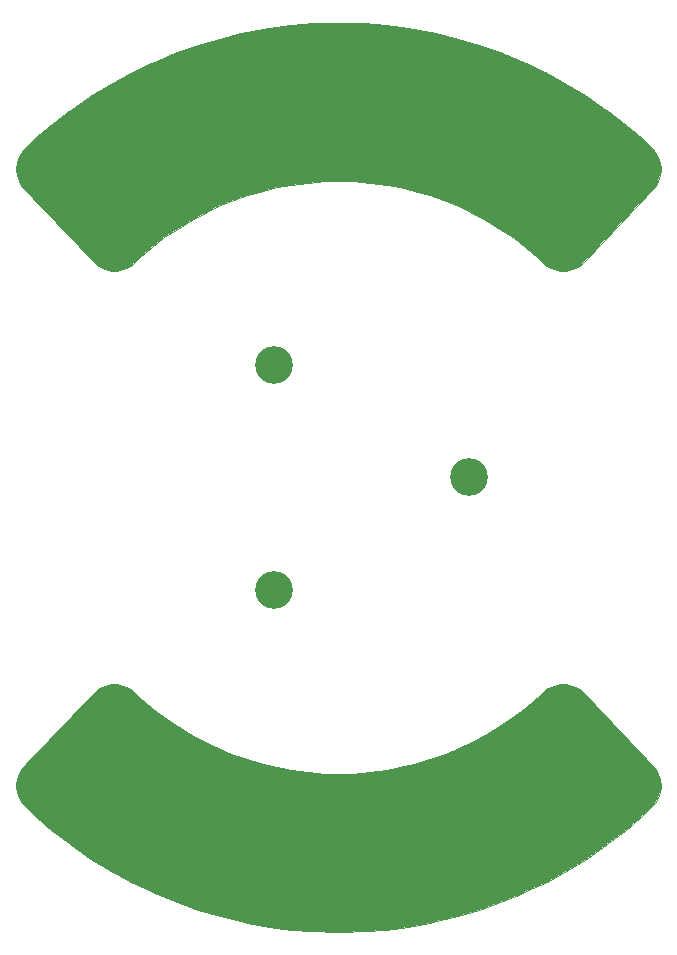
<source format=gbr>
%TF.GenerationSoftware,KiCad,Pcbnew,7.0.5.1-1-g8f565ef7f0-dirty-deb11*%
%TF.CreationDate,2023-07-01T18:37:16+00:00*%
%TF.ProjectId,USTTHUNDERMILLPCB03,55535454-4855-44e4-9445-524d494c4c50,rev?*%
%TF.SameCoordinates,Original*%
%TF.FileFunction,Soldermask,Top*%
%TF.FilePolarity,Negative*%
%FSLAX46Y46*%
G04 Gerber Fmt 4.6, Leading zero omitted, Abs format (unit mm)*
G04 Created by KiCad (PCBNEW 7.0.5.1-1-g8f565ef7f0-dirty-deb11) date 2023-07-01 18:37:16*
%MOMM*%
%LPD*%
G01*
G04 APERTURE LIST*
%ADD10C,0.050000*%
%ADD11C,3.200000*%
G04 APERTURE END LIST*
D10*
X2145392Y38436993D02*
X4024332Y38289094D01*
X5892950Y38043095D01*
X7746130Y37699597D01*
X8257342Y37590897D01*
X10089991Y37150998D01*
X11897091Y36615696D01*
X13673792Y35986496D01*
X15415093Y35265297D01*
X15892493Y35052697D01*
X17593691Y34241297D01*
X19249991Y33341998D01*
X20856991Y32357197D01*
X22410292Y31289698D01*
X22833090Y30982499D01*
X24328391Y29835099D01*
X25761492Y28611100D01*
X26459292Y27948899D01*
X26808991Y27560500D01*
X27070291Y27107899D01*
X27231891Y26610798D01*
X27286491Y26090998D01*
X27231891Y25571299D01*
X27070291Y25074198D01*
X26808991Y24621598D01*
X26459292Y24233199D01*
X20675791Y18145299D01*
X20252991Y17838097D01*
X19775490Y17625498D01*
X19264290Y17516799D01*
X18741599Y17516800D01*
X18230399Y17625500D01*
X17752999Y17838101D01*
X17330100Y18145300D01*
X16795199Y18652901D01*
X15696398Y19591401D01*
X14757399Y20311902D01*
X13781998Y20982201D01*
X12549998Y21737200D01*
X11280098Y22426701D01*
X10211897Y22936202D01*
X9118407Y23389201D01*
X7756319Y23871501D01*
X6370848Y24281901D01*
X5219988Y24558201D01*
X4056258Y24773901D01*
X2623660Y24962502D01*
X1183150Y25075902D01*
X-2Y25106801D01*
X-1183153Y25075902D01*
X-2623663Y24962502D01*
X-4056261Y24773901D01*
X-5219995Y24558201D01*
X-6370851Y24281901D01*
X-7756322Y23871501D01*
X-9118410Y23389201D01*
X-10211900Y22936202D01*
X-11280099Y22426701D01*
X-12550001Y21737200D01*
X-13781999Y20982201D01*
X-14757402Y20311902D01*
X-15696401Y19591401D01*
X-16795202Y18652901D01*
X-17330103Y18145300D01*
X-17753004Y17838101D01*
X-18230405Y17625500D01*
X-18741605Y17516800D01*
X-19264307Y17516800D01*
X-19775507Y17625500D01*
X-20253007Y17838101D01*
X-20675806Y18145300D01*
X-26459306Y24233201D01*
X-26809007Y24621600D01*
X-27070306Y25074200D01*
X-27231905Y25571301D01*
X-27286501Y26091000D01*
X-27231905Y26610800D01*
X-27070306Y27107901D01*
X-26809007Y27560502D01*
X-26459306Y27948901D01*
X-25761507Y28611100D01*
X-24328401Y29835099D01*
X-22833101Y30982499D01*
X-22410310Y31289698D01*
X-20857008Y32357197D01*
X-19250009Y33341998D01*
X-17593710Y34241297D01*
X-15892511Y35052697D01*
X-15415109Y35265297D01*
X-13673807Y35986496D01*
X-11897108Y36615696D01*
X-10090005Y37150998D01*
X-8257356Y37590897D01*
X-7746149Y37699597D01*
X-5892969Y38043095D01*
X-4024347Y38289094D01*
X-2145410Y38436993D01*
X-261316Y38486294D01*
X261298Y38486294D01*
X2145392Y38436993D01*
G36*
X2145392Y38436993D02*
G01*
X4024332Y38289094D01*
X5892950Y38043095D01*
X7746130Y37699597D01*
X8257342Y37590897D01*
X10089991Y37150998D01*
X11897091Y36615696D01*
X13673792Y35986496D01*
X15415093Y35265297D01*
X15892493Y35052697D01*
X17593691Y34241297D01*
X19249991Y33341998D01*
X20856991Y32357197D01*
X22410292Y31289698D01*
X22833090Y30982499D01*
X24328391Y29835099D01*
X25761492Y28611100D01*
X26459292Y27948899D01*
X26808991Y27560500D01*
X27070291Y27107899D01*
X27231891Y26610798D01*
X27286491Y26090998D01*
X27231891Y25571299D01*
X27070291Y25074198D01*
X26808991Y24621598D01*
X26459292Y24233199D01*
X20675791Y18145299D01*
X20252991Y17838097D01*
X19775490Y17625498D01*
X19264290Y17516799D01*
X18741599Y17516800D01*
X18230399Y17625500D01*
X17752999Y17838101D01*
X17330100Y18145300D01*
X16795199Y18652901D01*
X15696398Y19591401D01*
X14757399Y20311902D01*
X13781998Y20982201D01*
X12549998Y21737200D01*
X11280098Y22426701D01*
X10211897Y22936202D01*
X9118407Y23389201D01*
X7756319Y23871501D01*
X6370848Y24281901D01*
X5219988Y24558201D01*
X4056258Y24773901D01*
X2623660Y24962502D01*
X1183150Y25075902D01*
X-2Y25106801D01*
X-1183153Y25075902D01*
X-2623663Y24962502D01*
X-4056261Y24773901D01*
X-5219995Y24558201D01*
X-6370851Y24281901D01*
X-7756322Y23871501D01*
X-9118410Y23389201D01*
X-10211900Y22936202D01*
X-11280099Y22426701D01*
X-12550001Y21737200D01*
X-13781999Y20982201D01*
X-14757402Y20311902D01*
X-15696401Y19591401D01*
X-16795202Y18652901D01*
X-17330103Y18145300D01*
X-17753004Y17838101D01*
X-18230405Y17625500D01*
X-18741605Y17516800D01*
X-19264307Y17516800D01*
X-19775507Y17625500D01*
X-20253007Y17838101D01*
X-20675806Y18145300D01*
X-26459306Y24233201D01*
X-26809007Y24621600D01*
X-27070306Y25074200D01*
X-27231905Y25571301D01*
X-27286501Y26091000D01*
X-27231905Y26610800D01*
X-27070306Y27107901D01*
X-26809007Y27560502D01*
X-26459306Y27948901D01*
X-25761507Y28611100D01*
X-24328401Y29835099D01*
X-22833101Y30982499D01*
X-22410310Y31289698D01*
X-20857008Y32357197D01*
X-19250009Y33341998D01*
X-17593710Y34241297D01*
X-15892511Y35052697D01*
X-15415109Y35265297D01*
X-13673807Y35986496D01*
X-11897108Y36615696D01*
X-10090005Y37150998D01*
X-8257356Y37590897D01*
X-7746149Y37699597D01*
X-5892969Y38043095D01*
X-4024347Y38289094D01*
X-2145410Y38436993D01*
X-261316Y38486294D01*
X261298Y38486294D01*
X2145392Y38436993D01*
G37*
X-18230394Y-17625503D02*
X-17752992Y-17838104D01*
X-17330095Y-18145301D01*
X-16795190Y-18652900D01*
X-15696390Y-19591400D01*
X-14757394Y-20311901D01*
X-13781992Y-20982200D01*
X-12549989Y-21737197D01*
X-11280092Y-22426696D01*
X-10211893Y-22936203D01*
X-9118402Y-23389198D01*
X-7756311Y-23871498D01*
X-6370843Y-24281898D01*
X-5219984Y-24558197D01*
X-4056253Y-24773902D01*
X-2623651Y-24962501D01*
X-1183145Y-25075897D01*
X-2Y-25106796D01*
X1183150Y-25075897D01*
X2623660Y-24962501D01*
X4056258Y-24773895D01*
X5219988Y-24558197D01*
X6370848Y-24281898D01*
X7756319Y-23871498D01*
X9118407Y-23389198D01*
X10211897Y-22936203D01*
X11280098Y-22426696D01*
X12549998Y-21737197D01*
X13781998Y-20982200D01*
X14757399Y-20311897D01*
X15696398Y-19591400D01*
X16795199Y-18652900D01*
X17330100Y-18145301D01*
X17752999Y-17838100D01*
X18230399Y-17625499D01*
X18741599Y-17516799D01*
X19264298Y-17516799D01*
X19775498Y-17625499D01*
X20252999Y-17838100D01*
X20675799Y-18145301D01*
X26459299Y-24233200D01*
X26808999Y-24621597D01*
X27070299Y-25074203D01*
X27231899Y-25571304D01*
X27286498Y-26091003D01*
X27231899Y-26610801D01*
X27070299Y-27107902D01*
X26808999Y-27560501D01*
X26459299Y-27948898D01*
X25761500Y-28611099D01*
X24328398Y-29835098D01*
X22833098Y-30982498D01*
X22410300Y-31289703D01*
X20856999Y-32357200D01*
X19249998Y-33341995D01*
X17593699Y-34241302D01*
X15892498Y-35052703D01*
X15415099Y-35265304D01*
X13673798Y-35986495D01*
X11897099Y-36615699D01*
X10089999Y-37151000D01*
X8257349Y-37590896D01*
X7746138Y-37699600D01*
X5892958Y-38043098D01*
X4024336Y-38289093D01*
X2145400Y-38436996D01*
X261305Y-38486297D01*
X-261308Y-38486297D01*
X-2145403Y-38436996D01*
X-4024339Y-38289100D01*
X-5892961Y-38043106D01*
X-7746141Y-37699600D01*
X-8257349Y-37590904D01*
X-10089998Y-37151000D01*
X-11897100Y-36615707D01*
X-13673799Y-35986503D01*
X-15415102Y-35265304D01*
X-15892500Y-35052703D01*
X-17593698Y-34241302D01*
X-19249998Y-33342002D01*
X-20856996Y-32357208D01*
X-22410295Y-31289703D01*
X-22833093Y-30982498D01*
X-24328394Y-29835098D01*
X-25761491Y-28611099D01*
X-26459291Y-27948898D01*
X-26808992Y-27560501D01*
X-27070299Y-27107902D01*
X-27231889Y-26610801D01*
X-27286493Y-26091003D01*
X-27231889Y-25571304D01*
X-27070299Y-25074203D01*
X-26808992Y-24621597D01*
X-26459291Y-24233200D01*
X-20675794Y-18145301D01*
X-20252996Y-17838104D01*
X-19775495Y-17625503D01*
X-19264295Y-17516799D01*
X-18741594Y-17516799D01*
X-18230394Y-17625503D01*
G36*
X-18230394Y-17625503D02*
G01*
X-17752992Y-17838104D01*
X-17330095Y-18145301D01*
X-16795190Y-18652900D01*
X-15696390Y-19591400D01*
X-14757394Y-20311901D01*
X-13781992Y-20982200D01*
X-12549989Y-21737197D01*
X-11280092Y-22426696D01*
X-10211893Y-22936203D01*
X-9118402Y-23389198D01*
X-7756311Y-23871498D01*
X-6370843Y-24281898D01*
X-5219984Y-24558197D01*
X-4056253Y-24773902D01*
X-2623651Y-24962501D01*
X-1183145Y-25075897D01*
X-2Y-25106796D01*
X1183150Y-25075897D01*
X2623660Y-24962501D01*
X4056258Y-24773895D01*
X5219988Y-24558197D01*
X6370848Y-24281898D01*
X7756319Y-23871498D01*
X9118407Y-23389198D01*
X10211897Y-22936203D01*
X11280098Y-22426696D01*
X12549998Y-21737197D01*
X13781998Y-20982200D01*
X14757399Y-20311897D01*
X15696398Y-19591400D01*
X16795199Y-18652900D01*
X17330100Y-18145301D01*
X17752999Y-17838100D01*
X18230399Y-17625499D01*
X18741599Y-17516799D01*
X19264298Y-17516799D01*
X19775498Y-17625499D01*
X20252999Y-17838100D01*
X20675799Y-18145301D01*
X26459299Y-24233200D01*
X26808999Y-24621597D01*
X27070299Y-25074203D01*
X27231899Y-25571304D01*
X27286498Y-26091003D01*
X27231899Y-26610801D01*
X27070299Y-27107902D01*
X26808999Y-27560501D01*
X26459299Y-27948898D01*
X25761500Y-28611099D01*
X24328398Y-29835098D01*
X22833098Y-30982498D01*
X22410300Y-31289703D01*
X20856999Y-32357200D01*
X19249998Y-33341995D01*
X17593699Y-34241302D01*
X15892498Y-35052703D01*
X15415099Y-35265304D01*
X13673798Y-35986495D01*
X11897099Y-36615699D01*
X10089999Y-37151000D01*
X8257349Y-37590896D01*
X7746138Y-37699600D01*
X5892958Y-38043098D01*
X4024336Y-38289093D01*
X2145400Y-38436996D01*
X261305Y-38486297D01*
X-261308Y-38486297D01*
X-2145403Y-38436996D01*
X-4024339Y-38289100D01*
X-5892961Y-38043106D01*
X-7746141Y-37699600D01*
X-8257349Y-37590904D01*
X-10089998Y-37151000D01*
X-11897100Y-36615707D01*
X-13673799Y-35986503D01*
X-15415102Y-35265304D01*
X-15892500Y-35052703D01*
X-17593698Y-34241302D01*
X-19249998Y-33342002D01*
X-20856996Y-32357208D01*
X-22410295Y-31289703D01*
X-22833093Y-30982498D01*
X-24328394Y-29835098D01*
X-25761491Y-28611099D01*
X-26459291Y-27948898D01*
X-26808992Y-27560501D01*
X-27070299Y-27107902D01*
X-27231889Y-26610801D01*
X-27286493Y-26091003D01*
X-27231889Y-25571304D01*
X-27070299Y-25074203D01*
X-26808992Y-24621597D01*
X-26459291Y-24233200D01*
X-20675794Y-18145301D01*
X-20252996Y-17838104D01*
X-19775495Y-17625503D01*
X-19264295Y-17516799D01*
X-18741594Y-17516799D01*
X-18230394Y-17625503D01*
G37*
D11*
%TO.C,M2*%
X-5500000Y9526279D03*
%TD*%
%TO.C,M3*%
X-5500000Y-9526279D03*
%TD*%
%TO.C,M1*%
X11000000Y0D03*
%TD*%
M02*

</source>
